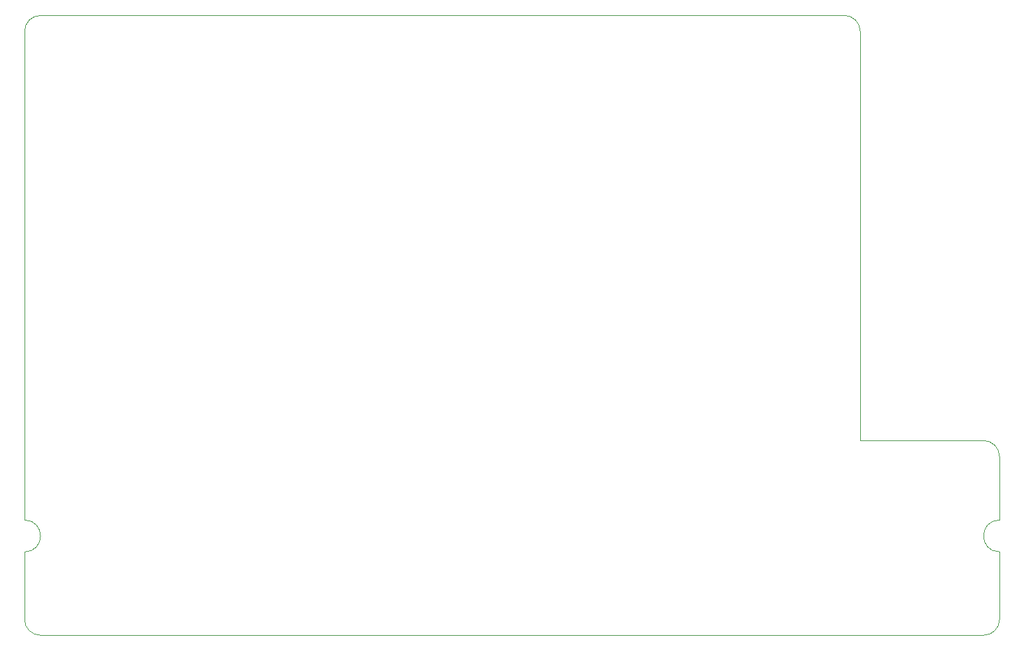
<source format=gbr>
G04 #@! TF.GenerationSoftware,KiCad,Pcbnew,(6.0.8)*
G04 #@! TF.CreationDate,2022-11-19T16:11:50-06:00*
G04 #@! TF.ProjectId,NavBoard_Hardware,4e617642-6f61-4726-945f-486172647761,2_ 2023*
G04 #@! TF.SameCoordinates,Original*
G04 #@! TF.FileFunction,Profile,NP*
%FSLAX46Y46*%
G04 Gerber Fmt 4.6, Leading zero omitted, Abs format (unit mm)*
G04 Created by KiCad (PCBNEW (6.0.8)) date 2022-11-19 16:11:50*
%MOMM*%
%LPD*%
G01*
G04 APERTURE LIST*
G04 #@! TA.AperFunction,Profile*
%ADD10C,0.050000*%
G04 #@! TD*
G04 APERTURE END LIST*
D10*
X164109400Y-102387400D02*
X164109400Y-94259400D01*
X39649400Y-115087400D02*
G75*
G03*
X41681400Y-117119400I2032000J0D01*
G01*
X41681400Y-117119400D02*
X162077400Y-117119400D01*
X39649400Y-39903400D02*
X39649400Y-102387400D01*
X162077400Y-92227400D02*
X146329400Y-92202000D01*
X39649400Y-106451400D02*
G75*
G03*
X39649400Y-102387400I0J2032000D01*
G01*
X164109400Y-115087400D02*
X164109400Y-106451400D01*
X164109400Y-102387400D02*
G75*
G03*
X164109400Y-106451400I0J-2032000D01*
G01*
X146329400Y-92202000D02*
X146329400Y-39903400D01*
X144297400Y-37871400D02*
X41681400Y-37871400D01*
X41681400Y-37871400D02*
G75*
G03*
X39649400Y-39903400I0J-2032000D01*
G01*
X164109400Y-94259400D02*
G75*
G03*
X162077400Y-92227400I-2032000J0D01*
G01*
X162077400Y-117119400D02*
G75*
G03*
X164109400Y-115087400I0J2032000D01*
G01*
X146329400Y-39903400D02*
G75*
G03*
X144297400Y-37871400I-2032000J0D01*
G01*
X39649400Y-106451400D02*
X39649400Y-115087400D01*
M02*

</source>
